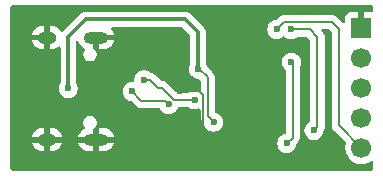
<source format=gbl>
G04 #@! TF.GenerationSoftware,KiCad,Pcbnew,9.0.1*
G04 #@! TF.CreationDate,2025-08-21T17:20:25+05:00*
G04 #@! TF.ProjectId,usb_to_uart,7573625f-746f-45f7-9561-72742e6b6963,rev?*
G04 #@! TF.SameCoordinates,Original*
G04 #@! TF.FileFunction,Copper,L2,Bot*
G04 #@! TF.FilePolarity,Positive*
%FSLAX46Y46*%
G04 Gerber Fmt 4.6, Leading zero omitted, Abs format (unit mm)*
G04 Created by KiCad (PCBNEW 9.0.1) date 2025-08-21 17:20:25*
%MOMM*%
%LPD*%
G01*
G04 APERTURE LIST*
G04 #@! TA.AperFunction,ComponentPad*
%ADD10R,1.700000X1.700000*%
G04 #@! TD*
G04 #@! TA.AperFunction,ComponentPad*
%ADD11C,1.700000*%
G04 #@! TD*
G04 #@! TA.AperFunction,HeatsinkPad*
%ADD12O,2.100000X1.000000*%
G04 #@! TD*
G04 #@! TA.AperFunction,HeatsinkPad*
%ADD13O,1.600000X1.000000*%
G04 #@! TD*
G04 #@! TA.AperFunction,ViaPad*
%ADD14C,0.600000*%
G04 #@! TD*
G04 #@! TA.AperFunction,Conductor*
%ADD15C,0.200000*%
G04 #@! TD*
G04 #@! TA.AperFunction,Conductor*
%ADD16C,0.300000*%
G04 #@! TD*
G04 APERTURE END LIST*
D10*
X143215000Y-99120000D03*
D11*
X143215000Y-101660000D03*
X143215000Y-104200000D03*
X143215000Y-106740000D03*
X143215000Y-109280000D03*
D12*
X120770000Y-99930000D03*
D13*
X116590000Y-99930000D03*
D12*
X120770000Y-108570000D03*
D13*
X116590000Y-108570000D03*
D14*
X134500000Y-102888663D03*
X132700000Y-103400000D03*
X127900000Y-104500000D03*
X135100000Y-104888663D03*
X127400000Y-101260000D03*
X134500000Y-103880000D03*
X133930262Y-103891337D03*
X133930262Y-104900000D03*
X132700000Y-104908663D03*
X133930262Y-104411337D03*
X126500000Y-107207500D03*
X132700000Y-103900000D03*
X134500000Y-104888663D03*
X133300000Y-103391337D03*
X132700000Y-104420000D03*
X132700000Y-102908663D03*
X134500000Y-104400000D03*
X133930262Y-103391337D03*
X135100000Y-102888663D03*
X135100000Y-104400000D03*
X129900000Y-107900000D03*
X133300000Y-104900000D03*
X135100000Y-103380000D03*
X133300000Y-102900000D03*
X133300000Y-104411337D03*
X135100000Y-103880000D03*
X133300000Y-103891337D03*
X134500000Y-103380000D03*
X133930262Y-102900000D03*
X136050000Y-99250000D03*
X118396490Y-104241404D03*
X129400000Y-102600000D03*
X130700000Y-107100000D03*
X139200000Y-107800000D03*
X137250000Y-99250000D03*
X136900000Y-108900000D03*
X137300000Y-102000000D03*
X126900000Y-105600000D03*
X123800000Y-104500000D03*
X129100000Y-105200000D03*
X124800000Y-103500000D03*
D15*
X129900000Y-107900000D02*
X129800000Y-107800000D01*
D16*
X122600000Y-106400000D02*
X122600000Y-102300000D01*
X122600000Y-102300000D02*
X123500000Y-101400000D01*
D15*
X129500000Y-104500000D02*
X127900000Y-104500000D01*
X129900000Y-107900000D02*
X129799000Y-107799000D01*
X129799000Y-104799000D02*
X129500000Y-104500000D01*
D16*
X123407500Y-107207500D02*
X122600000Y-106400000D01*
X123500000Y-101400000D02*
X127260000Y-101400000D01*
X126500000Y-107207500D02*
X123407500Y-107207500D01*
D15*
X129799000Y-107799000D02*
X129799000Y-104799000D01*
D16*
X127260000Y-101400000D02*
X127400000Y-101260000D01*
D15*
X141300000Y-99200000D02*
X140700000Y-98600000D01*
X141300000Y-107365000D02*
X141300000Y-99200000D01*
X136700000Y-98600000D02*
X136050000Y-99250000D01*
X140700000Y-98600000D02*
X136700000Y-98600000D01*
X136050000Y-99250000D02*
X136000000Y-99300000D01*
X143215000Y-109280000D02*
X141300000Y-107365000D01*
D16*
X119900000Y-98400000D02*
X128300000Y-98400000D01*
D15*
X129500000Y-102600000D02*
X130200000Y-103300000D01*
X129400000Y-102600000D02*
X129500000Y-102600000D01*
D16*
X118396490Y-99903510D02*
X119900000Y-98400000D01*
X118396490Y-104241404D02*
X118396490Y-99903510D01*
X128300000Y-98400000D02*
X129400000Y-99500000D01*
D15*
X130200000Y-106600000D02*
X130700000Y-107100000D01*
X130200000Y-103300000D02*
X130200000Y-106600000D01*
D16*
X129400000Y-99500000D02*
X129400000Y-102600000D01*
D15*
X139500000Y-107500000D02*
X139200000Y-107800000D01*
X139500000Y-99900000D02*
X139500000Y-107500000D01*
X137250000Y-99250000D02*
X138850000Y-99250000D01*
X138850000Y-99250000D02*
X139500000Y-99900000D01*
X137400000Y-108400000D02*
X137400000Y-102100000D01*
X136900000Y-108900000D02*
X137400000Y-108400000D01*
X137400000Y-102100000D02*
X137300000Y-102000000D01*
X126900000Y-105600000D02*
X126600003Y-105300003D01*
X124600003Y-105300003D02*
X123800000Y-104500000D01*
X126600003Y-105300003D02*
X124600003Y-105300003D01*
X126000000Y-104200000D02*
X125300000Y-103500000D01*
X126349943Y-104200000D02*
X126000000Y-104200000D01*
X129100000Y-105200000D02*
X127349943Y-105200000D01*
X127349943Y-105200000D02*
X126349943Y-104200000D01*
X125300000Y-103500000D02*
X124800000Y-103500000D01*
G04 #@! TA.AperFunction,Conductor*
G36*
X143927971Y-97200482D02*
G01*
X143934049Y-97200484D01*
X143934108Y-97200500D01*
X143990279Y-97200500D01*
X143990291Y-97200503D01*
X144009630Y-97202025D01*
X144042253Y-97207192D01*
X144079146Y-97219179D01*
X144099765Y-97229685D01*
X144131151Y-97252489D01*
X144147510Y-97268848D01*
X144170314Y-97300234D01*
X144180820Y-97320853D01*
X144192808Y-97357748D01*
X144193610Y-97362815D01*
X144197973Y-97390362D01*
X144199500Y-97409755D01*
X144199500Y-97646000D01*
X144179815Y-97713039D01*
X144127011Y-97758794D01*
X144075500Y-97770000D01*
X143465000Y-97770000D01*
X143465000Y-98686988D01*
X143407993Y-98654075D01*
X143280826Y-98620000D01*
X143149174Y-98620000D01*
X143022007Y-98654075D01*
X142965000Y-98686988D01*
X142965000Y-97770000D01*
X142317155Y-97770000D01*
X142257627Y-97776401D01*
X142257620Y-97776403D01*
X142122913Y-97826645D01*
X142122906Y-97826649D01*
X142007812Y-97912809D01*
X142007809Y-97912812D01*
X141921649Y-98027906D01*
X141921645Y-98027913D01*
X141871403Y-98162620D01*
X141871401Y-98162627D01*
X141865000Y-98222155D01*
X141865000Y-98616403D01*
X141845315Y-98683442D01*
X141792511Y-98729197D01*
X141723353Y-98739141D01*
X141659797Y-98710116D01*
X141653319Y-98704084D01*
X141187590Y-98238355D01*
X141187588Y-98238352D01*
X141068717Y-98119481D01*
X141068716Y-98119480D01*
X140981904Y-98069360D01*
X140981904Y-98069359D01*
X140981900Y-98069358D01*
X140931785Y-98040423D01*
X140779057Y-97999499D01*
X140620943Y-97999499D01*
X140613347Y-97999499D01*
X140613331Y-97999500D01*
X136786669Y-97999500D01*
X136786653Y-97999499D01*
X136779057Y-97999499D01*
X136620943Y-97999499D01*
X136514928Y-98027906D01*
X136468210Y-98040424D01*
X136468209Y-98040425D01*
X136418096Y-98069359D01*
X136418095Y-98069360D01*
X136374689Y-98094420D01*
X136331285Y-98119479D01*
X136331282Y-98119481D01*
X136219478Y-98231286D01*
X136035338Y-98415425D01*
X135974015Y-98448910D01*
X135971849Y-98449361D01*
X135816508Y-98480261D01*
X135816498Y-98480264D01*
X135670827Y-98540602D01*
X135670814Y-98540609D01*
X135539711Y-98628210D01*
X135539707Y-98628213D01*
X135428213Y-98739707D01*
X135428210Y-98739711D01*
X135340609Y-98870814D01*
X135340602Y-98870827D01*
X135280264Y-99016498D01*
X135280261Y-99016510D01*
X135249500Y-99171153D01*
X135249500Y-99328846D01*
X135280261Y-99483489D01*
X135280264Y-99483501D01*
X135340602Y-99629172D01*
X135340609Y-99629185D01*
X135428210Y-99760288D01*
X135428213Y-99760292D01*
X135539707Y-99871786D01*
X135539711Y-99871789D01*
X135670814Y-99959390D01*
X135670827Y-99959397D01*
X135816498Y-100019735D01*
X135816503Y-100019737D01*
X135947510Y-100045796D01*
X135971153Y-100050499D01*
X135971156Y-100050500D01*
X135971158Y-100050500D01*
X136128844Y-100050500D01*
X136128845Y-100050499D01*
X136283497Y-100019737D01*
X136429179Y-99959394D01*
X136560289Y-99871789D01*
X136562312Y-99869766D01*
X136563634Y-99869043D01*
X136564999Y-99867924D01*
X136565211Y-99868182D01*
X136623632Y-99836276D01*
X136693324Y-99841255D01*
X136734939Y-99867999D01*
X136735001Y-99867924D01*
X136735648Y-99868454D01*
X136737688Y-99869766D01*
X136739711Y-99871789D01*
X136870814Y-99959390D01*
X136870827Y-99959397D01*
X137016498Y-100019735D01*
X137016503Y-100019737D01*
X137147510Y-100045796D01*
X137171153Y-100050499D01*
X137171156Y-100050500D01*
X137171158Y-100050500D01*
X137328844Y-100050500D01*
X137328845Y-100050499D01*
X137483497Y-100019737D01*
X137629179Y-99959394D01*
X137673170Y-99930000D01*
X137760875Y-99871398D01*
X137827553Y-99850520D01*
X137829766Y-99850500D01*
X138549903Y-99850500D01*
X138616942Y-99870185D01*
X138637584Y-99886819D01*
X138863181Y-100112416D01*
X138896666Y-100173739D01*
X138899500Y-100200097D01*
X138899500Y-106975161D01*
X138879815Y-107042200D01*
X138827011Y-107087955D01*
X138822962Y-107089718D01*
X138820830Y-107090601D01*
X138820814Y-107090609D01*
X138689711Y-107178210D01*
X138689707Y-107178213D01*
X138578213Y-107289707D01*
X138578210Y-107289711D01*
X138490609Y-107420814D01*
X138490602Y-107420827D01*
X138430264Y-107566498D01*
X138430261Y-107566510D01*
X138399500Y-107721153D01*
X138399500Y-107878846D01*
X138430261Y-108033489D01*
X138430264Y-108033501D01*
X138490602Y-108179172D01*
X138490609Y-108179185D01*
X138578210Y-108310288D01*
X138578213Y-108310292D01*
X138689707Y-108421786D01*
X138689711Y-108421789D01*
X138820814Y-108509390D01*
X138820827Y-108509397D01*
X138871785Y-108530504D01*
X138966503Y-108569737D01*
X139121153Y-108600499D01*
X139121156Y-108600500D01*
X139121158Y-108600500D01*
X139278844Y-108600500D01*
X139278845Y-108600499D01*
X139433497Y-108569737D01*
X139551592Y-108520821D01*
X139579172Y-108509397D01*
X139579172Y-108509396D01*
X139579179Y-108509394D01*
X139710289Y-108421789D01*
X139821789Y-108310289D01*
X139909394Y-108179179D01*
X139969737Y-108033497D01*
X140000500Y-107878842D01*
X140000500Y-107867334D01*
X140004649Y-107851845D01*
X140003995Y-107838103D01*
X140017108Y-107805341D01*
X140037453Y-107770104D01*
X140059577Y-107731785D01*
X140100500Y-107579057D01*
X140100500Y-107420943D01*
X140100500Y-99989059D01*
X140100501Y-99989046D01*
X140100501Y-99820945D01*
X140100501Y-99820943D01*
X140059577Y-99668215D01*
X139999448Y-99564069D01*
X139980520Y-99531284D01*
X139868716Y-99419480D01*
X139868713Y-99419478D01*
X139861416Y-99412181D01*
X139861357Y-99412073D01*
X139859263Y-99409711D01*
X139854263Y-99399082D01*
X139827931Y-99350858D01*
X139832915Y-99281166D01*
X139874787Y-99225233D01*
X139940251Y-99200816D01*
X139949097Y-99200500D01*
X140399903Y-99200500D01*
X140466942Y-99220185D01*
X140487584Y-99236819D01*
X140663181Y-99412416D01*
X140696666Y-99473739D01*
X140699500Y-99500097D01*
X140699500Y-107278330D01*
X140699499Y-107278348D01*
X140699499Y-107444054D01*
X140699498Y-107444054D01*
X140699499Y-107444057D01*
X140740423Y-107596785D01*
X140748221Y-107610292D01*
X140769358Y-107646900D01*
X140769359Y-107646904D01*
X140769360Y-107646904D01*
X140808364Y-107714463D01*
X140819479Y-107733714D01*
X140819481Y-107733717D01*
X140938349Y-107852585D01*
X140938355Y-107852590D01*
X141881241Y-108795476D01*
X141914726Y-108856799D01*
X141911492Y-108921473D01*
X141897753Y-108963757D01*
X141870869Y-109133501D01*
X141864500Y-109173713D01*
X141864500Y-109386287D01*
X141868302Y-109410289D01*
X141887510Y-109531569D01*
X141897754Y-109596243D01*
X141931629Y-109700500D01*
X141963444Y-109798414D01*
X142059951Y-109987820D01*
X142184890Y-110159786D01*
X142335213Y-110310109D01*
X142507179Y-110435048D01*
X142507181Y-110435049D01*
X142507184Y-110435051D01*
X142696588Y-110531557D01*
X142898757Y-110597246D01*
X143108713Y-110630500D01*
X143108714Y-110630500D01*
X143321286Y-110630500D01*
X143321287Y-110630500D01*
X143531243Y-110597246D01*
X143733412Y-110531557D01*
X143922816Y-110435051D01*
X144002616Y-110377073D01*
X144068421Y-110353594D01*
X144136475Y-110369419D01*
X144185170Y-110419525D01*
X144199500Y-110477392D01*
X144199500Y-110990244D01*
X144197973Y-111009640D01*
X144197973Y-111009644D01*
X144192808Y-111042251D01*
X144180820Y-111079146D01*
X144170314Y-111099765D01*
X144147510Y-111131151D01*
X144131151Y-111147510D01*
X144099765Y-111170314D01*
X144079146Y-111180820D01*
X144042251Y-111192808D01*
X144029663Y-111194801D01*
X144009638Y-111197973D01*
X143990244Y-111199500D01*
X113709756Y-111199500D01*
X113690360Y-111197973D01*
X113674110Y-111195399D01*
X113657749Y-111192808D01*
X113620853Y-111180820D01*
X113600234Y-111170314D01*
X113568848Y-111147510D01*
X113552489Y-111131151D01*
X113529685Y-111099765D01*
X113519179Y-111079146D01*
X113507192Y-111042253D01*
X113502025Y-111009630D01*
X113500500Y-110990244D01*
X113500500Y-108320000D01*
X115320138Y-108320000D01*
X116123012Y-108320000D01*
X116105795Y-108329940D01*
X116049940Y-108385795D01*
X116010444Y-108454204D01*
X115990000Y-108530504D01*
X115990000Y-108609496D01*
X116010444Y-108685796D01*
X116049940Y-108754205D01*
X116105795Y-108810060D01*
X116123012Y-108820000D01*
X115320138Y-108820000D01*
X115328430Y-108861690D01*
X115328430Y-108861692D01*
X115403807Y-109043671D01*
X115403814Y-109043684D01*
X115513248Y-109207462D01*
X115513251Y-109207466D01*
X115652533Y-109346748D01*
X115652537Y-109346751D01*
X115816315Y-109456185D01*
X115816328Y-109456192D01*
X115998306Y-109531569D01*
X115998318Y-109531572D01*
X116191504Y-109569999D01*
X116191508Y-109570000D01*
X116340000Y-109570000D01*
X116340000Y-108870000D01*
X116840000Y-108870000D01*
X116840000Y-109570000D01*
X116988492Y-109570000D01*
X116988495Y-109569999D01*
X117181681Y-109531572D01*
X117181693Y-109531569D01*
X117363671Y-109456192D01*
X117363684Y-109456185D01*
X117527462Y-109346751D01*
X117527466Y-109346748D01*
X117666748Y-109207466D01*
X117666751Y-109207462D01*
X117776185Y-109043684D01*
X117776192Y-109043671D01*
X117851569Y-108861692D01*
X117851569Y-108861690D01*
X117859862Y-108820000D01*
X117056988Y-108820000D01*
X117074205Y-108810060D01*
X117130060Y-108754205D01*
X117169556Y-108685796D01*
X117190000Y-108609496D01*
X117190000Y-108530504D01*
X117169556Y-108454204D01*
X117130060Y-108385795D01*
X117074205Y-108329940D01*
X117056988Y-108320000D01*
X117859862Y-108320000D01*
X119250138Y-108320000D01*
X120053012Y-108320000D01*
X120035795Y-108329940D01*
X119979940Y-108385795D01*
X119940444Y-108454204D01*
X119920000Y-108530504D01*
X119920000Y-108609496D01*
X119940444Y-108685796D01*
X119979940Y-108754205D01*
X120035795Y-108810060D01*
X120053012Y-108820000D01*
X119250138Y-108820000D01*
X119258430Y-108861690D01*
X119258430Y-108861692D01*
X119333807Y-109043671D01*
X119333814Y-109043684D01*
X119443248Y-109207462D01*
X119443251Y-109207466D01*
X119582533Y-109346748D01*
X119582537Y-109346751D01*
X119746315Y-109456185D01*
X119746328Y-109456192D01*
X119928306Y-109531569D01*
X119928318Y-109531572D01*
X120121504Y-109569999D01*
X120121508Y-109570000D01*
X120520000Y-109570000D01*
X120520000Y-108870000D01*
X121020000Y-108870000D01*
X121020000Y-109570000D01*
X121418492Y-109570000D01*
X121418495Y-109569999D01*
X121611681Y-109531572D01*
X121611693Y-109531569D01*
X121793671Y-109456192D01*
X121793684Y-109456185D01*
X121957462Y-109346751D01*
X121957466Y-109346748D01*
X122096748Y-109207466D01*
X122096751Y-109207462D01*
X122206185Y-109043684D01*
X122206192Y-109043671D01*
X122281569Y-108861692D01*
X122281572Y-108861680D01*
X122289635Y-108821153D01*
X136099500Y-108821153D01*
X136099500Y-108978846D01*
X136130261Y-109133489D01*
X136130264Y-109133501D01*
X136190602Y-109279172D01*
X136190609Y-109279185D01*
X136278210Y-109410288D01*
X136278213Y-109410292D01*
X136389707Y-109521786D01*
X136389711Y-109521789D01*
X136520814Y-109609390D01*
X136520827Y-109609397D01*
X136666498Y-109669735D01*
X136666503Y-109669737D01*
X136821153Y-109700499D01*
X136821156Y-109700500D01*
X136821158Y-109700500D01*
X136978844Y-109700500D01*
X136978845Y-109700499D01*
X137133497Y-109669737D01*
X137279179Y-109609394D01*
X137410289Y-109521789D01*
X137521789Y-109410289D01*
X137609394Y-109279179D01*
X137669737Y-109133497D01*
X137687605Y-109043671D01*
X137700638Y-108978151D01*
X137733023Y-108916240D01*
X137734510Y-108914724D01*
X137880520Y-108768716D01*
X137959577Y-108631784D01*
X138000501Y-108479057D01*
X138000501Y-108320942D01*
X138000501Y-108313347D01*
X138000500Y-108313329D01*
X138000500Y-102425316D01*
X138009939Y-102377864D01*
X138069735Y-102233501D01*
X138069737Y-102233497D01*
X138100500Y-102078842D01*
X138100500Y-101921158D01*
X138100500Y-101921155D01*
X138100499Y-101921153D01*
X138095551Y-101896280D01*
X138069737Y-101766503D01*
X138047727Y-101713365D01*
X138009397Y-101620827D01*
X138009390Y-101620814D01*
X137921789Y-101489711D01*
X137921786Y-101489707D01*
X137810292Y-101378213D01*
X137810288Y-101378210D01*
X137679185Y-101290609D01*
X137679172Y-101290602D01*
X137533501Y-101230264D01*
X137533489Y-101230261D01*
X137378845Y-101199500D01*
X137378842Y-101199500D01*
X137221158Y-101199500D01*
X137221155Y-101199500D01*
X137066510Y-101230261D01*
X137066498Y-101230264D01*
X136920827Y-101290602D01*
X136920814Y-101290609D01*
X136789711Y-101378210D01*
X136789707Y-101378213D01*
X136678213Y-101489707D01*
X136678210Y-101489711D01*
X136590609Y-101620814D01*
X136590602Y-101620827D01*
X136530264Y-101766498D01*
X136530261Y-101766510D01*
X136499500Y-101921153D01*
X136499500Y-102078846D01*
X136530261Y-102233489D01*
X136530264Y-102233501D01*
X136590602Y-102379172D01*
X136590609Y-102379185D01*
X136678209Y-102510287D01*
X136678210Y-102510288D01*
X136678211Y-102510289D01*
X136763182Y-102595260D01*
X136796666Y-102656581D01*
X136799500Y-102682940D01*
X136799500Y-108002044D01*
X136779815Y-108069083D01*
X136727011Y-108114838D01*
X136699691Y-108123661D01*
X136666510Y-108130261D01*
X136666498Y-108130264D01*
X136520827Y-108190602D01*
X136520814Y-108190609D01*
X136389711Y-108278210D01*
X136389707Y-108278213D01*
X136278213Y-108389707D01*
X136278210Y-108389711D01*
X136190609Y-108520814D01*
X136190602Y-108520827D01*
X136130264Y-108666498D01*
X136130261Y-108666510D01*
X136099500Y-108821153D01*
X122289635Y-108821153D01*
X122289864Y-108820000D01*
X121486988Y-108820000D01*
X121504205Y-108810060D01*
X121560060Y-108754205D01*
X121599556Y-108685796D01*
X121620000Y-108609496D01*
X121620000Y-108530504D01*
X121599556Y-108454204D01*
X121560060Y-108385795D01*
X121504205Y-108329940D01*
X121486988Y-108320000D01*
X122289862Y-108320000D01*
X122281569Y-108278309D01*
X122281569Y-108278307D01*
X122206192Y-108096328D01*
X122206185Y-108096315D01*
X122096751Y-107932537D01*
X122096748Y-107932533D01*
X121957466Y-107793251D01*
X121957462Y-107793248D01*
X121793684Y-107683814D01*
X121793671Y-107683807D01*
X121611693Y-107608430D01*
X121611681Y-107608427D01*
X121418495Y-107570000D01*
X121020000Y-107570000D01*
X121020000Y-108270000D01*
X120520000Y-108270000D01*
X120520000Y-107714463D01*
X120539685Y-107647424D01*
X120582000Y-107607076D01*
X120593365Y-107600515D01*
X120700515Y-107493365D01*
X120708702Y-107479185D01*
X120721721Y-107456637D01*
X120776279Y-107362138D01*
X120776281Y-107362135D01*
X120815500Y-107215766D01*
X120815500Y-107064234D01*
X120776281Y-106917865D01*
X120700515Y-106786635D01*
X120593365Y-106679485D01*
X120527750Y-106641602D01*
X120462136Y-106603719D01*
X120388950Y-106584109D01*
X120315766Y-106564500D01*
X120164234Y-106564500D01*
X120017863Y-106603719D01*
X119886635Y-106679485D01*
X119886632Y-106679487D01*
X119779487Y-106786632D01*
X119779485Y-106786635D01*
X119703719Y-106917863D01*
X119664500Y-107064234D01*
X119664500Y-107215765D01*
X119703719Y-107362136D01*
X119737605Y-107420827D01*
X119779485Y-107493365D01*
X119779487Y-107493367D01*
X119784432Y-107499811D01*
X119781612Y-107501974D01*
X119807302Y-107549020D01*
X119802318Y-107618712D01*
X119760446Y-107674645D01*
X119751379Y-107680416D01*
X119751387Y-107680427D01*
X119582536Y-107793248D01*
X119443251Y-107932533D01*
X119443248Y-107932537D01*
X119333814Y-108096315D01*
X119333807Y-108096328D01*
X119258430Y-108278307D01*
X119258430Y-108278309D01*
X119250138Y-108320000D01*
X117859862Y-108320000D01*
X117851569Y-108278309D01*
X117851569Y-108278307D01*
X117776192Y-108096328D01*
X117776185Y-108096315D01*
X117666751Y-107932537D01*
X117666748Y-107932533D01*
X117527466Y-107793251D01*
X117527462Y-107793248D01*
X117363684Y-107683814D01*
X117363671Y-107683807D01*
X117181693Y-107608430D01*
X117181681Y-107608427D01*
X116988495Y-107570000D01*
X116840000Y-107570000D01*
X116840000Y-108270000D01*
X116340000Y-108270000D01*
X116340000Y-107570000D01*
X116191504Y-107570000D01*
X115998318Y-107608427D01*
X115998306Y-107608430D01*
X115816328Y-107683807D01*
X115816315Y-107683814D01*
X115652537Y-107793248D01*
X115652533Y-107793251D01*
X115513251Y-107932533D01*
X115513248Y-107932537D01*
X115403814Y-108096315D01*
X115403807Y-108096328D01*
X115328430Y-108278307D01*
X115328430Y-108278309D01*
X115320138Y-108320000D01*
X113500500Y-108320000D01*
X113500500Y-99680000D01*
X115320138Y-99680000D01*
X116123012Y-99680000D01*
X116105795Y-99689940D01*
X116049940Y-99745795D01*
X116010444Y-99814204D01*
X115990000Y-99890504D01*
X115990000Y-99969496D01*
X116010444Y-100045796D01*
X116049940Y-100114205D01*
X116105795Y-100170060D01*
X116123012Y-100180000D01*
X115320138Y-100180000D01*
X115328430Y-100221690D01*
X115328430Y-100221692D01*
X115403807Y-100403671D01*
X115403814Y-100403684D01*
X115513248Y-100567462D01*
X115513251Y-100567466D01*
X115652533Y-100706748D01*
X115652537Y-100706751D01*
X115816315Y-100816185D01*
X115816328Y-100816192D01*
X115998306Y-100891569D01*
X115998318Y-100891572D01*
X116191504Y-100929999D01*
X116191508Y-100930000D01*
X116340000Y-100930000D01*
X116340000Y-100230000D01*
X116840000Y-100230000D01*
X116840000Y-100930000D01*
X116988492Y-100930000D01*
X116988495Y-100929999D01*
X117181681Y-100891572D01*
X117181693Y-100891569D01*
X117363671Y-100816192D01*
X117363684Y-100816185D01*
X117527462Y-100706751D01*
X117527466Y-100706748D01*
X117534309Y-100699906D01*
X117595632Y-100666421D01*
X117665324Y-100671405D01*
X117721257Y-100713277D01*
X117745674Y-100778741D01*
X117745990Y-100787587D01*
X117745990Y-103736468D01*
X117726305Y-103803507D01*
X117725093Y-103805358D01*
X117687098Y-103862221D01*
X117687092Y-103862232D01*
X117626754Y-104007902D01*
X117626751Y-104007914D01*
X117595990Y-104162557D01*
X117595990Y-104320250D01*
X117626751Y-104474893D01*
X117626754Y-104474905D01*
X117687092Y-104620576D01*
X117687099Y-104620589D01*
X117774700Y-104751692D01*
X117774703Y-104751696D01*
X117886197Y-104863190D01*
X117886201Y-104863193D01*
X118017304Y-104950794D01*
X118017317Y-104950801D01*
X118160936Y-105010289D01*
X118162993Y-105011141D01*
X118306734Y-105039733D01*
X118317643Y-105041903D01*
X118317646Y-105041904D01*
X118317648Y-105041904D01*
X118475334Y-105041904D01*
X118475335Y-105041903D01*
X118629987Y-105011141D01*
X118742656Y-104964471D01*
X118775662Y-104950801D01*
X118775662Y-104950800D01*
X118775669Y-104950798D01*
X118906779Y-104863193D01*
X119018279Y-104751693D01*
X119105884Y-104620583D01*
X119166227Y-104474901D01*
X119196990Y-104320246D01*
X119196990Y-104162562D01*
X119196990Y-104162559D01*
X119196989Y-104162557D01*
X119166228Y-104007914D01*
X119166227Y-104007907D01*
X119105884Y-103862225D01*
X119067886Y-103805357D01*
X119047010Y-103738680D01*
X119046990Y-103736468D01*
X119046990Y-100334620D01*
X119066675Y-100267581D01*
X119119479Y-100221826D01*
X119188637Y-100211882D01*
X119252193Y-100240907D01*
X119285551Y-100287168D01*
X119333807Y-100403671D01*
X119333814Y-100403684D01*
X119443248Y-100567462D01*
X119443251Y-100567466D01*
X119582533Y-100706748D01*
X119582537Y-100706751D01*
X119751387Y-100819574D01*
X119750430Y-100821005D01*
X119794425Y-100864211D01*
X119809895Y-100932346D01*
X119786072Y-100998029D01*
X119784309Y-101000094D01*
X119784432Y-101000189D01*
X119779485Y-101006635D01*
X119703719Y-101137863D01*
X119664500Y-101284234D01*
X119664500Y-101435765D01*
X119703719Y-101582136D01*
X119726050Y-101620814D01*
X119779485Y-101713365D01*
X119886635Y-101820515D01*
X120017865Y-101896281D01*
X120164234Y-101935500D01*
X120164236Y-101935500D01*
X120315764Y-101935500D01*
X120315766Y-101935500D01*
X120462135Y-101896281D01*
X120593365Y-101820515D01*
X120700515Y-101713365D01*
X120776281Y-101582135D01*
X120815500Y-101435766D01*
X120815500Y-101284234D01*
X120776281Y-101137865D01*
X120700515Y-101006635D01*
X120593365Y-100899485D01*
X120581998Y-100892922D01*
X120533783Y-100842354D01*
X120520000Y-100785536D01*
X120520000Y-100230000D01*
X121020000Y-100230000D01*
X121020000Y-100930000D01*
X121418492Y-100930000D01*
X121418495Y-100929999D01*
X121611681Y-100891572D01*
X121611693Y-100891569D01*
X121793671Y-100816192D01*
X121793684Y-100816185D01*
X121957462Y-100706751D01*
X121957466Y-100706748D01*
X122096748Y-100567466D01*
X122096751Y-100567462D01*
X122206185Y-100403684D01*
X122206192Y-100403671D01*
X122281569Y-100221692D01*
X122281569Y-100221690D01*
X122289862Y-100180000D01*
X121486988Y-100180000D01*
X121504205Y-100170060D01*
X121560060Y-100114205D01*
X121599556Y-100045796D01*
X121620000Y-99969496D01*
X121620000Y-99890504D01*
X121599556Y-99814204D01*
X121560060Y-99745795D01*
X121504205Y-99689940D01*
X121486988Y-99680000D01*
X122289862Y-99680000D01*
X122281569Y-99638309D01*
X122281569Y-99638307D01*
X122206192Y-99456328D01*
X122206185Y-99456315D01*
X122096751Y-99292537D01*
X122096748Y-99292533D01*
X122066396Y-99262181D01*
X122032911Y-99200858D01*
X122037895Y-99131166D01*
X122079767Y-99075233D01*
X122145231Y-99050816D01*
X122154077Y-99050500D01*
X127979192Y-99050500D01*
X128046231Y-99070185D01*
X128066873Y-99086819D01*
X128713181Y-99733127D01*
X128746666Y-99794450D01*
X128749500Y-99820808D01*
X128749500Y-102095064D01*
X128729815Y-102162103D01*
X128728603Y-102163954D01*
X128690608Y-102220817D01*
X128690602Y-102220828D01*
X128630264Y-102366498D01*
X128630261Y-102366510D01*
X128599500Y-102521153D01*
X128599500Y-102678846D01*
X128630261Y-102833489D01*
X128630264Y-102833501D01*
X128690602Y-102979172D01*
X128690609Y-102979185D01*
X128778210Y-103110288D01*
X128778213Y-103110292D01*
X128889707Y-103221786D01*
X128889711Y-103221789D01*
X129020814Y-103309390D01*
X129020827Y-103309397D01*
X129166498Y-103369735D01*
X129166503Y-103369737D01*
X129321153Y-103400499D01*
X129321156Y-103400500D01*
X129321158Y-103400500D01*
X129399903Y-103400500D01*
X129429343Y-103409144D01*
X129459330Y-103415668D01*
X129464345Y-103419422D01*
X129466942Y-103420185D01*
X129487584Y-103436819D01*
X129563181Y-103512416D01*
X129596666Y-103573739D01*
X129599500Y-103600097D01*
X129599500Y-104354865D01*
X129579815Y-104421904D01*
X129527011Y-104467659D01*
X129457853Y-104477603D01*
X129428048Y-104469427D01*
X129423780Y-104467659D01*
X129333497Y-104430263D01*
X129333494Y-104430262D01*
X129333491Y-104430261D01*
X129178845Y-104399500D01*
X129178842Y-104399500D01*
X129021158Y-104399500D01*
X129021155Y-104399500D01*
X128866510Y-104430261D01*
X128866498Y-104430264D01*
X128720827Y-104490602D01*
X128720814Y-104490609D01*
X128589125Y-104578602D01*
X128522447Y-104599480D01*
X128520234Y-104599500D01*
X127650041Y-104599500D01*
X127583002Y-104579815D01*
X127562360Y-104563181D01*
X126837533Y-103838355D01*
X126837531Y-103838352D01*
X126718660Y-103719481D01*
X126718652Y-103719475D01*
X126630732Y-103668715D01*
X126630731Y-103668715D01*
X126610020Y-103656757D01*
X126581728Y-103640423D01*
X126429000Y-103599499D01*
X126300096Y-103599499D01*
X126233057Y-103579814D01*
X126212415Y-103563180D01*
X125787590Y-103138355D01*
X125787588Y-103138352D01*
X125668717Y-103019481D01*
X125668709Y-103019475D01*
X125580789Y-102968715D01*
X125580788Y-102968715D01*
X125560077Y-102956757D01*
X125531785Y-102940423D01*
X125443602Y-102916794D01*
X125379054Y-102899498D01*
X125370997Y-102898438D01*
X125371188Y-102896981D01*
X125312725Y-102879814D01*
X125310873Y-102878601D01*
X125179185Y-102790609D01*
X125179172Y-102790602D01*
X125033501Y-102730264D01*
X125033489Y-102730261D01*
X124878845Y-102699500D01*
X124878842Y-102699500D01*
X124721158Y-102699500D01*
X124721155Y-102699500D01*
X124566510Y-102730261D01*
X124566498Y-102730264D01*
X124420827Y-102790602D01*
X124420814Y-102790609D01*
X124289711Y-102878210D01*
X124289707Y-102878213D01*
X124178213Y-102989707D01*
X124178210Y-102989711D01*
X124090609Y-103120814D01*
X124090602Y-103120827D01*
X124030264Y-103266498D01*
X124030261Y-103266510D01*
X123999500Y-103421153D01*
X123999500Y-103575500D01*
X123979815Y-103642539D01*
X123927011Y-103688294D01*
X123875500Y-103699500D01*
X123721155Y-103699500D01*
X123566510Y-103730261D01*
X123566498Y-103730264D01*
X123420827Y-103790602D01*
X123420814Y-103790609D01*
X123289711Y-103878210D01*
X123289707Y-103878213D01*
X123178213Y-103989707D01*
X123178210Y-103989711D01*
X123090609Y-104120814D01*
X123090602Y-104120827D01*
X123030264Y-104266498D01*
X123030261Y-104266510D01*
X122999500Y-104421153D01*
X122999500Y-104578846D01*
X123030261Y-104733489D01*
X123030264Y-104733501D01*
X123090602Y-104879172D01*
X123090609Y-104879185D01*
X123178210Y-105010288D01*
X123178213Y-105010292D01*
X123289707Y-105121786D01*
X123289711Y-105121789D01*
X123420814Y-105209390D01*
X123420827Y-105209397D01*
X123566498Y-105269735D01*
X123566503Y-105269737D01*
X123631147Y-105282595D01*
X123721849Y-105300638D01*
X123783760Y-105333023D01*
X123785339Y-105334574D01*
X124115142Y-105664377D01*
X124115152Y-105664388D01*
X124119482Y-105668718D01*
X124119483Y-105668719D01*
X124231287Y-105780523D01*
X124309192Y-105825501D01*
X124309193Y-105825502D01*
X124368212Y-105859577D01*
X124368213Y-105859577D01*
X124368218Y-105859580D01*
X124520946Y-105900503D01*
X126075163Y-105900503D01*
X126142202Y-105920188D01*
X126187957Y-105972992D01*
X126189722Y-105977046D01*
X126190601Y-105979170D01*
X126190609Y-105979184D01*
X126278210Y-106110289D01*
X126389707Y-106221786D01*
X126389711Y-106221789D01*
X126520814Y-106309390D01*
X126520827Y-106309397D01*
X126666498Y-106369735D01*
X126666503Y-106369737D01*
X126821153Y-106400499D01*
X126821156Y-106400500D01*
X126821158Y-106400500D01*
X126978844Y-106400500D01*
X126978845Y-106400499D01*
X127133497Y-106369737D01*
X127279179Y-106309394D01*
X127410289Y-106221789D01*
X127521789Y-106110289D01*
X127609394Y-105979179D01*
X127613305Y-105969737D01*
X127651698Y-105877048D01*
X127695538Y-105822644D01*
X127761833Y-105800579D01*
X127766259Y-105800500D01*
X128520234Y-105800500D01*
X128587273Y-105820185D01*
X128589125Y-105821398D01*
X128720814Y-105909390D01*
X128720827Y-105909397D01*
X128829425Y-105954379D01*
X128866503Y-105969737D01*
X129021153Y-106000499D01*
X129021156Y-106000500D01*
X129021158Y-106000500D01*
X129178844Y-106000500D01*
X129178845Y-106000499D01*
X129333497Y-105969737D01*
X129428048Y-105930572D01*
X129497517Y-105923104D01*
X129559996Y-105954379D01*
X129595648Y-106014468D01*
X129599500Y-106045134D01*
X129599500Y-106513330D01*
X129599499Y-106513348D01*
X129599499Y-106679054D01*
X129599498Y-106679054D01*
X129599613Y-106679485D01*
X129640423Y-106831785D01*
X129644318Y-106838531D01*
X129644321Y-106838543D01*
X129644324Y-106838542D01*
X129719475Y-106968709D01*
X129719481Y-106968717D01*
X129831284Y-107080520D01*
X129865425Y-107114660D01*
X129898911Y-107175983D01*
X129899362Y-107178151D01*
X129930261Y-107333491D01*
X129930264Y-107333501D01*
X129990602Y-107479172D01*
X129990609Y-107479185D01*
X130078210Y-107610288D01*
X130078213Y-107610292D01*
X130189707Y-107721786D01*
X130189711Y-107721789D01*
X130320814Y-107809390D01*
X130320827Y-107809397D01*
X130466498Y-107869735D01*
X130466503Y-107869737D01*
X130621153Y-107900499D01*
X130621156Y-107900500D01*
X130621158Y-107900500D01*
X130778844Y-107900500D01*
X130778845Y-107900499D01*
X130933497Y-107869737D01*
X131079179Y-107809394D01*
X131210289Y-107721789D01*
X131321789Y-107610289D01*
X131409394Y-107479179D01*
X131469737Y-107333497D01*
X131500500Y-107178842D01*
X131500500Y-107021158D01*
X131500500Y-107021155D01*
X131500499Y-107021153D01*
X131469737Y-106866503D01*
X131458150Y-106838529D01*
X131409397Y-106720827D01*
X131409390Y-106720814D01*
X131321789Y-106589711D01*
X131321786Y-106589707D01*
X131210292Y-106478213D01*
X131210288Y-106478210D01*
X131079185Y-106390609D01*
X131079172Y-106390602D01*
X130933501Y-106330264D01*
X130933489Y-106330261D01*
X130900309Y-106323661D01*
X130838398Y-106291276D01*
X130803824Y-106230561D01*
X130800500Y-106202044D01*
X130800500Y-103220943D01*
X130794754Y-103199500D01*
X130769507Y-103105276D01*
X130759577Y-103068216D01*
X130759574Y-103068210D01*
X130759574Y-103068209D01*
X130680524Y-102931290D01*
X130680521Y-102931286D01*
X130680520Y-102931284D01*
X130568716Y-102819480D01*
X130568715Y-102819479D01*
X130564385Y-102815149D01*
X130564374Y-102815139D01*
X130209743Y-102460508D01*
X130176258Y-102399185D01*
X130175818Y-102397076D01*
X130169737Y-102366503D01*
X130109394Y-102220821D01*
X130071396Y-102163953D01*
X130050520Y-102097276D01*
X130050500Y-102095064D01*
X130050500Y-99435928D01*
X130025502Y-99310261D01*
X130025501Y-99310260D01*
X130025501Y-99310256D01*
X129980169Y-99200816D01*
X129976466Y-99191875D01*
X129976463Y-99191870D01*
X129976276Y-99191591D01*
X129962480Y-99170943D01*
X129905277Y-99085331D01*
X129905275Y-99085329D01*
X129905273Y-99085326D01*
X128714673Y-97894726D01*
X128714669Y-97894723D01*
X128608127Y-97823535D01*
X128489744Y-97774499D01*
X128489738Y-97774497D01*
X128364071Y-97749500D01*
X128364069Y-97749500D01*
X119835931Y-97749500D01*
X119835929Y-97749500D01*
X119710261Y-97774497D01*
X119710255Y-97774499D01*
X119591870Y-97823535D01*
X119485331Y-97894722D01*
X119485324Y-97894728D01*
X117942126Y-99437926D01*
X117880803Y-99471411D01*
X117811111Y-99466427D01*
X117755178Y-99424555D01*
X117751343Y-99419136D01*
X117666751Y-99292537D01*
X117666748Y-99292533D01*
X117527466Y-99153251D01*
X117527462Y-99153248D01*
X117363684Y-99043814D01*
X117363671Y-99043807D01*
X117181693Y-98968430D01*
X117181681Y-98968427D01*
X116988495Y-98930000D01*
X116840000Y-98930000D01*
X116840000Y-99630000D01*
X116340000Y-99630000D01*
X116340000Y-98930000D01*
X116191504Y-98930000D01*
X115998318Y-98968427D01*
X115998306Y-98968430D01*
X115816328Y-99043807D01*
X115816315Y-99043814D01*
X115652537Y-99153248D01*
X115652533Y-99153251D01*
X115513251Y-99292533D01*
X115513248Y-99292537D01*
X115403814Y-99456315D01*
X115403807Y-99456328D01*
X115328430Y-99638307D01*
X115328430Y-99638309D01*
X115320138Y-99680000D01*
X113500500Y-99680000D01*
X113500500Y-97530031D01*
X113504788Y-97494448D01*
X113500500Y-97464437D01*
X113500501Y-97434108D01*
X113500500Y-97434103D01*
X113500452Y-97433738D01*
X113500365Y-97433593D01*
X113499925Y-97429733D01*
X113499440Y-97426046D01*
X113499504Y-97426037D01*
X113496371Y-97398529D01*
X113496908Y-97380257D01*
X113505330Y-97338848D01*
X113515338Y-97313190D01*
X113537181Y-97277012D01*
X113555225Y-97256207D01*
X113587946Y-97229472D01*
X113611929Y-97215936D01*
X113651732Y-97201742D01*
X113689510Y-97195208D01*
X113710659Y-97193395D01*
X143927971Y-97200482D01*
G37*
G04 #@! TD.AperFunction*
M02*

</source>
